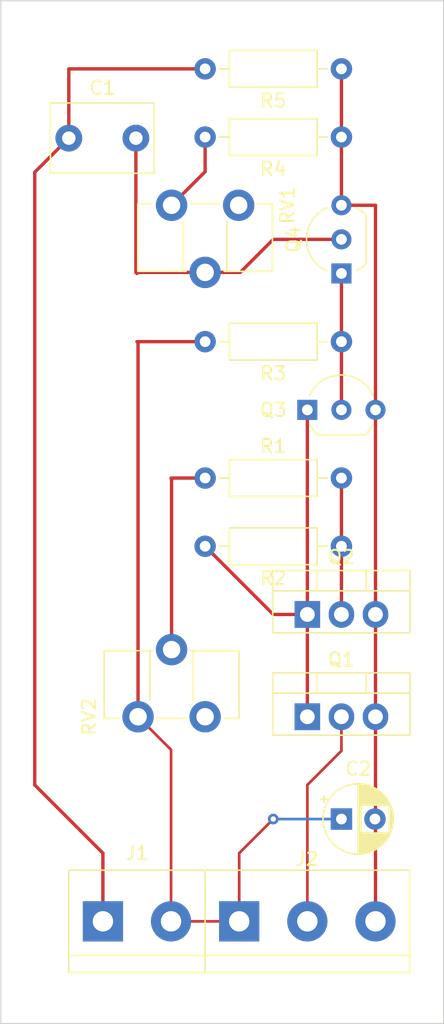
<source format=kicad_pcb>
(kicad_pcb (version 20221018) (generator pcbnew)
  (layers (0 "F.Cu" signal) (31 "B.Cu" signal) (34 "B.Paste" user) (35 "F.Paste" user) (36 "B.SilkS" user "B.Silkscreen") (37 "F.SilkS" user "F.Silkscreen") (38 "B.Mask" user) (39 "F.Mask" user) (44 "Edge.Cuts" user))
  (net 0 "")
  (net 1 "Net-(Q4-G)")
  (net 2 "GND")
  (net 3 "Net-(Q1-G)")
  (net 4 "Net-(Q2-D)")
  (net 5 "Net-(Q3-G)")
  (net 6 "Net-(R4-Pad2)")
  (net 8 "Net-(R1-Pad1)")
  (net 10 "LED+")
  (net 11 "LED-")
  (net 12 "CTRL")
  (footprint "TerminalBlock:TerminalBlock_bornier-2_P5.08mm" (layer "F.Cu") (at 144.78 119.38)
    (fp_text reference "J1" (at 2.54 -5.08) (layer "F.SilkS"))
    (fp_text value "Screw_Terminal_01x02")
    (fp_line (start -2.54 -3.81) (end -2.54 3.81) (stroke (width 0.12)) (layer "F.SilkS"))
    (fp_line (start -2.54 3.81) (end 7.62 3.81) (stroke (width 0.12)) (layer "F.SilkS"))
    (fp_line (start 7.62 -3.81) (end -2.54 -3.81) (stroke (width 0.12)) (layer "F.SilkS"))
    (fp_line (start 7.62 2.54) (end -2.54 2.54) (stroke (width 0.12)) (layer "F.SilkS"))
    (fp_line (start 7.62 3.81) (end 7.62 -3.81) (stroke (width 0.12)) (layer "F.SilkS"))
    (pad "1" thru_hole rect (at 0 0) (size 3 3) (drill 1.52) (layers "*.Cu" "*.Mask") (net 12 "CTRL"))
    (pad "2" thru_hole circle (at 5.08 0) (size 3 3) (drill 1.52) (layers "*.Cu" "*.Mask") (net 10 "LED+"))
  )
  (footprint "Resistor_THT:R_Axial_DIN0207_L6.3mm_D2.5mm_P10.16mm_Horizontal" (layer "F.Cu") (at 152.4 86.36)
    (fp_text reference "R1" (at 5.08 -2.37) (layer "F.SilkS"))
    (fp_text value "1R")
    (fp_line (start 1.04 0) (end 1.81 0) (stroke (width 0.12)) (layer "F.SilkS"))
    (fp_line (start 1.81 -1.37) (end 1.81 1.37) (stroke (width 0.12)) (layer "F.SilkS"))
    (fp_line (start 1.81 1.37) (end 8.35 1.37) (stroke (width 0.12)) (layer "F.SilkS"))
    (fp_line (start 8.35 -1.37) (end 1.81 -1.37) (stroke (width 0.12)) (layer "F.SilkS"))
    (fp_line (start 8.35 1.37) (end 8.35 -1.37) (stroke (width 0.12)) (layer "F.SilkS"))
    (fp_line (start 9.12 0) (end 8.35 0) (stroke (width 0.12)) (layer "F.SilkS"))
    (pad "1" thru_hole circle (at 0 0) (size 1.6 1.6) (drill 0.8) (layers "*.Cu" "*.Mask") (net 8 "Net-(R1-Pad1)"))
    (pad "2" thru_hole oval (at 10.16 0) (size 1.6 1.6) (drill 0.8) (layers "*.Cu" "*.Mask") (net 4 "Net-(Q2-D)"))
  )
  (footprint "Capacitor_THT:CP_Radial_D5.0mm_P2.50mm" (layer "F.Cu") (at 162.56 111.76)
    (fp_text reference "C2" (at 1.25 -3.75) (layer "F.SilkS"))
    (fp_text value "220u")
    (fp_line (start -1.554775 -1.475) (end -1.054775 -1.475) (stroke (width 0.12)) (layer "F.SilkS"))
    (fp_line (start -1.304775 -1.725) (end -1.304775 -1.225) (stroke (width 0.12)) (layer "F.SilkS"))
    (fp_line (start 1.25 -2.58) (end 1.25 2.58) (stroke (width 0.12)) (layer "F.SilkS"))
    (fp_line (start 1.29 -2.58) (end 1.29 2.58) (stroke (width 0.12)) (layer "F.SilkS"))
    (fp_line (start 1.33 -2.579) (end 1.33 2.579) (stroke (width 0.12)) (layer "F.SilkS"))
    (fp_line (start 1.37 -2.578) (end 1.37 2.578) (stroke (width 0.12)) (layer "F.SilkS"))
    (fp_line (start 1.41 -2.576) (end 1.41 2.576) (stroke (width 0.12)) (layer "F.SilkS"))
    (fp_line (start 1.45 -2.573) (end 1.45 2.573) (stroke (width 0.12)) (layer "F.SilkS"))
    (fp_line (start 1.49 -2.569) (end 1.49 -1.04) (stroke (width 0.12)) (layer "F.SilkS"))
    (fp_line (start 1.49 1.04) (end 1.49 2.569) (stroke (width 0.12)) (layer "F.SilkS"))
    (fp_line (start 1.53 -2.565) (end 1.53 -1.04) (stroke (width 0.12)) (layer "F.SilkS"))
    (fp_line (start 1.53 1.04) (end 1.53 2.565) (stroke (width 0.12)) (layer "F.SilkS"))
    (fp_line (start 1.57 -2.561) (end 1.57 -1.04) (stroke (width 0.12)) (layer "F.SilkS"))
    (fp_line (start 1.57 1.04) (end 1.57 2.561) (stroke (width 0.12)) (layer "F.SilkS"))
    (fp_line (start 1.61 -2.556) (end 1.61 -1.04) (stroke (width 0.12)) (layer "F.SilkS"))
    (fp_line (start 1.61 1.04) (end 1.61 2.556) (stroke (width 0.12)) (layer "F.SilkS"))
    (fp_line (start 1.65 -2.55) (end 1.65 -1.04) (stroke (width 0.12)) (layer "F.SilkS"))
    (fp_line (start 1.65 1.04) (end 1.65 2.55) (stroke (width 0.12)) (layer "F.SilkS"))
    (fp_line (start 1.69 -2.543) (end 1.69 -1.04) (stroke (width 0.12)) (layer "F.SilkS"))
    (fp_line (start 1.69 1.04) (end 1.69 2.543) (stroke (width 0.12)) (layer "F.SilkS"))
    (fp_line (start 1.73 -2.536) (end 1.73 -1.04) (stroke (width 0.12)) (layer "F.SilkS"))
    (fp_line (start 1.73 1.04) (end 1.73 2.536) (stroke (width 0.12)) (layer "F.SilkS"))
    (fp_line (start 1.77 -2.528) (end 1.77 -1.04) (stroke (width 0.12)) (layer "F.SilkS"))
    (fp_line (start 1.77 1.04) (end 1.77 2.528) (stroke (width 0.12)) (layer "F.SilkS"))
    (fp_line (start 1.81 -2.52) (end 1.81 -1.04) (stroke (width 0.12)) (layer "F.SilkS"))
    (fp_line (start 1.81 1.04) (end 1.81 2.52) (stroke (width 0.12)) (layer "F.SilkS"))
    (fp_line (start 1.85 -2.511) (end 1.85 -1.04) (stroke (width 0.12)) (layer "F.SilkS"))
    (fp_line (start 1.85 1.04) (end 1.85 2.511) (stroke (width 0.12)) (layer "F.SilkS"))
    (fp_line (start 1.89 -2.501) (end 1.89 -1.04) (stroke (width 0.12)) (layer "F.SilkS"))
    (fp_line (start 1.89 1.04) (end 1.89 2.501) (stroke (width 0.12)) (layer "F.SilkS"))
    (fp_line (start 1.93 -2.491) (end 1.93 -1.04) (stroke (width 0.12)) (layer "F.SilkS"))
    (fp_line (start 1.93 1.04) (end 1.93 2.491) (stroke (width 0.12)) (layer "F.SilkS"))
    (fp_line (start 1.971 -2.48) (end 1.971 -1.04) (stroke (width 0.12)) (layer "F.SilkS"))
    (fp_line (start 1.971 1.04) (end 1.971 2.48) (stroke (width 0.12)) (layer "F.SilkS"))
    (fp_line (start 2.011 -2.468) (end 2.011 -1.04) (stroke (width 0.12)) (layer "F.SilkS"))
    (fp_line (start 2.011 1.04) (end 2.011 2.468) (stroke (width 0.12)) (layer "F.SilkS"))
    (fp_line (start 2.051 -2.455) (end 2.051 -1.04) (stroke (width 0.12)) (layer "F.SilkS"))
    (fp_line (start 2.051 1.04) (end 2.051 2.455) (stroke (width 0.12)) (layer "F.SilkS"))
    (fp_line (start 2.091 -2.442) (end 2.091 -1.04) (stroke (width 0.12)) (layer "F.SilkS"))
    (fp_line (start 2.091 1.04) (end 2.091 2.442) (stroke (width 0.12)) (layer "F.SilkS"))
    (fp_line (start 2.131 -2.428) (end 2.131 -1.04) (stroke (width 0.12)) (layer "F.SilkS"))
    (fp_line (start 2.131 1.04) (end 2.131 2.428) (stroke (width 0.12)) (layer "F.SilkS"))
    (fp_line (start 2.171 -2.414) (end 2.171 -1.04) (stroke (width 0.12)) (layer "F.SilkS"))
    (fp_line (start 2.171 1.04) (end 2.171 2.414) (stroke (width 0.12)) (layer "F.SilkS"))
    (fp_line (start 2.211 -2.398) (end 2.211 -1.04) (stroke (width 0.12)) (layer "F.SilkS"))
    (fp_line (start 2.211 1.04) (end 2.211 2.398) (stroke (width 0.12)) (layer "F.SilkS"))
    (fp_line (start 2.251 -2.382) (end 2.251 -1.04) (stroke (width 0.12)) (layer "F.SilkS"))
    (fp_line (start 2.251 1.04) (end 2.251 2.382) (stroke (width 0.12)) (layer "F.SilkS"))
    (fp_line (start 2.291 -2.365) (end 2.291 -1.04) (stroke (width 0.12)) (layer "F.SilkS"))
    (fp_line (start 2.291 1.04) (end 2.291 2.365) (stroke (width 0.12)) (layer "F.SilkS"))
    (fp_line (start 2.331 -2.348) (end 2.331 -1.04) (stroke (width 0.12)) (layer "F.SilkS"))
    (fp_line (start 2.331 1.04) (end 2.331 2.348) (stroke (width 0.12)) (layer "F.SilkS"))
    (fp_line (start 2.371 -2.329) (end 2.371 -1.04) (stroke (width 0.12)) (layer "F.SilkS"))
    (fp_line (start 2.371 1.04) (end 2.371 2.329) (stroke (width 0.12)) (layer "F.SilkS"))
    (fp_line (start 2.411 -2.31) (end 2.411 -1.04) (stroke (width 0.12)) (layer "F.SilkS"))
    (fp_line (start 2.411 1.04) (end 2.411 2.31) (stroke (width 0.12)) (layer "F.SilkS"))
    (fp_line (start 2.451 -2.29) (end 2.451 -1.04) (stroke (width 0.12)) (layer "F.SilkS"))
    (fp_line (start 2.451 1.04) (end 2.451 2.29) (stroke (width 0.12)) (layer "F.SilkS"))
    (fp_line (start 2.491 -2.268) (end 2.491 -1.04) (stroke (width 0.12)) (layer "F.SilkS"))
    (fp_line (start 2.491 1.04) (end 2.491 2.268) (stroke (width 0.12)) (layer "F.SilkS"))
    (fp_line (start 2.531 -2.247) (end 2.531 -1.04) (stroke (width 0.12)) (layer "F.SilkS"))
    (fp_line (start 2.531 1.04) (end 2.531 2.247) (stroke (width 0.12)) (layer "F.SilkS"))
    (fp_line (start 2.571 -2.224) (end 2.571 -1.04) (stroke (width 0.12)) (layer "F.SilkS"))
    (fp_line (start 2.571 1.04) (end 2.571 2.224) (stroke (width 0.12)) (layer "F.SilkS"))
    (fp_line (start 2.611 -2.2) (end 2.611 -1.04) (stroke (width 0.12)) (layer "F.SilkS"))
    (fp_line (start 2.611 1.04) (end 2.611 2.2) (stroke (width 0.12)) (layer "F.SilkS"))
    (fp_line (start 2.651 -2.175) (end 2.651 -1.04) (stroke (width 0.12)) (layer "F.SilkS"))
    (fp_line (start 2.651 1.04) (end 2.651 2.175) (stroke (width 0.12)) (layer "F.SilkS"))
    (fp_line (start 2.691 -2.149) (end 2.691 -1.04) (stroke (width 0.12)) (layer "F.SilkS"))
    (fp_line (start 2.691 1.04) (end 2.691 2.149) (stroke (width 0.12)) (layer "F.SilkS"))
    (fp_line (start 2.731 -2.122) (end 2.731 -1.04) (stroke (width 0.12)) (layer "F.SilkS"))
    (fp_line (start 2.731 1.04) (end 2.731 2.122) (stroke (width 0.12)) (layer "F.SilkS"))
    (fp_line (start 2.771 -2.095) (end 2.771 -1.04) (stroke (width 0.12)) (layer "F.SilkS"))
    (fp_line (start 2.771 1.04) (end 2.771 2.095) (stroke (width 0.12)) (layer "F.SilkS"))
    (fp_line (start 2.811 -2.065) (end 2.811 -1.04) (stroke (width 0.12)) (layer "F.SilkS"))
    (fp_line (start 2.811 1.04) (end 2.811 2.065) (stroke (width 0.12)) (layer "F.SilkS"))
    (fp_line (start 2.851 -2.035) (end 2.851 -1.04) (stroke (width 0.12)) (layer "F.SilkS"))
    (fp_line (start 2.851 1.04) (end 2.851 2.035) (stroke (width 0.12)) (layer "F.SilkS"))
    (fp_line (start 2.891 -2.004) (end 2.891 -1.04) (stroke (width 0.12)) (layer "F.SilkS"))
    (fp_line (start 2.891 1.04) (end 2.891 2.004) (stroke (width 0.12)) (layer "F.SilkS"))
    (fp_line (start 2.931 -1.971) (end 2.931 -1.04) (stroke (width 0.12)) (layer "F.SilkS"))
    (fp_line (start 2.931 1.04) (end 2.931 1.971) (stroke (width 0.12)) (layer "F.SilkS"))
    (fp_line (start 2.971 -1.937) (end 2.971 -1.04) (stroke (width 0.12)) (layer "F.SilkS"))
    (fp_line (start 2.971 1.04) (end 2.971 1.937) (stroke (width 0.12)) (layer "F.SilkS"))
    (fp_line (start 3.011 -1.901) (end 3.011 -1.04) (stroke (width 0.12)) (layer "F.SilkS"))
    (fp_line (start 3.011 1.04) (end 3.011 1.901) (stroke (width 0.12)) (layer "F.SilkS"))
    (fp_line (start 3.051 -1.864) (end 3.051 -1.04) (stroke (width 0.12)) (layer "F.SilkS"))
    (fp_line (start 3.051 1.04) (end 3.051 1.864) (stroke (width 0.12)) (layer "F.SilkS"))
    (fp_line (start 3.091 -1.826) (end 3.091 -1.04) (stroke (width 0.12)) (layer "F.SilkS"))
    (fp_line (start 3.091 1.04) (end 3.091 1.826) (stroke (width 0.12)) (layer "F.SilkS"))
    (fp_line (start 3.131 -1.785) (end 3.131 -1.04) (stroke (width 0.12)) (layer "F.SilkS"))
    (fp_line (start 3.131 1.04) (end 3.131 1.785) (stroke (width 0.12)) (layer "F.SilkS"))
    (fp_line (start 3.171 -1.743) (end 3.171 -1.04) (stroke (width 0.12)) (layer "F.SilkS"))
    (fp_line (start 3.171 1.04) (end 3.171 1.743) (stroke (width 0.12)) (layer "F.SilkS"))
    (fp_line (start 3.211 -1.699) (end 3.211 -1.04) (stroke (width 0.12)) (layer "F.SilkS"))
    (fp_line (start 3.211 1.04) (end 3.211 1.699) (stroke (width 0.12)) (layer "F.SilkS"))
    (fp_line (start 3.251 -1.653) (end 3.251 -1.04) (stroke (width 0.12)) (layer "F.SilkS"))
    (fp_line (start 3.251 1.04) (end 3.251 1.653) (stroke (width 0.12)) (layer "F.SilkS"))
    (fp_line (start 3.291 -1.605) (end 3.291 -1.04) (stroke (width 0.12)) (layer "F.SilkS"))
    (fp_line (start 3.291 1.04) (end 3.291 1.605) (stroke (width 0.12)) (layer "F.SilkS"))
    (fp_line (start 3.331 -1.554) (end 3.331 -1.04) (stroke (width 0.12)) (layer "F.SilkS"))
    (fp_line (start 3.331 1.04) (end 3.331 1.554) (stroke (width 0.12)) (layer "F.SilkS"))
    (fp_line (start 3.371 -1.5) (end 3.371 -1.04) (stroke (width 0.12)) (layer "F.SilkS"))
    (fp_line (start 3.371 1.04) (end 3.371 1.5) (stroke (width 0.12)) (layer "F.SilkS"))
    (fp_line (start 3.411 -1.443) (end 3.411 -1.04) (stroke (width 0.12)) (layer "F.SilkS"))
    (fp_line (start 3.411 1.04) (end 3.411 1.443) (stroke (width 0.12)) (layer "F.SilkS"))
    (fp_line (start 3.451 -1.383) (end 3.451 -1.04) (stroke (width 0.12)) (layer "F.SilkS"))
    (fp_line (start 3.451 1.04) (end 3.451 1.383) (stroke (width 0.12)) (layer "F.SilkS"))
    (fp_line (start 3.491 -1.319) (end 3.491 -1.04) (stroke (width 0.12)) (layer "F.SilkS"))
    (fp_line (start 3.491 1.04) (end 3.491 1.319) (stroke (width 0.12)) (layer "F.SilkS"))
    (fp_line (start 3.531 -1.251) (end 3.531 -1.04) (stroke (width 0.12)) (layer "F.SilkS"))
    (fp_line (start 3.531 1.04) (end 3.531 1.251) (stroke (width 0.12)) (layer "F.SilkS"))
    (fp_line (start 3.571 -1.178) (end 3.571 1.178) (stroke (width 0.12)) (layer "F.SilkS"))
    (fp_line (start 3.611 -1.098) (end 3.611 1.098) (stroke (width 0.12)) (layer "F.SilkS"))
    (fp_line (start 3.651 -1.011) (end 3.651 1.011) (stroke (width 0.12)) (layer "F.SilkS"))
    (fp_line (start 3.691 -0.915) (end 3.691 0.915) (stroke (width 0.12)) (layer "F.SilkS"))
    (fp_line (start 3.731 -0.805) (end 3.731 0.805) (stroke (width 0.12)) (layer "F.SilkS"))
    (fp_line (start 3.771 -0.677) (end 3.771 0.677) (stroke (width 0.12)) (layer "F.SilkS"))
    (fp_line (start 3.811 -0.518) (end 3.811 0.518) (stroke (width 0.12)) (layer "F.SilkS"))
    (fp_line (start 3.851 -0.284) (end 3.851 0.284) (stroke (width 0.12)) (layer "F.SilkS"))
    (fp_circle (center 1.25 0) (end 3.87 0) (stroke (width 0.12)) (fill none) (layer "F.SilkS"))
    (pad "1" thru_hole rect (at 0 0) (size 1.6 1.6) (drill 0.8) (layers "*.Cu" "*.Mask") (net 10 "LED+"))
    (pad "2" thru_hole circle (at 2.5 0) (size 1.6 1.6) (drill 0.8) (layers "*.Cu" "*.Mask") (net 2 "GND"))
  )
  (footprint "Potentiometer_THT:Potentiometer_ACP_CA9-H5_Horizontal" (layer "F.Cu") (at 154.9 66.04 -90)
    (fp_text reference "RV1" (at 0 -3.65 90) (layer "F.SilkS"))
    (fp_text value "10K")
    (fp_line (start -0.121 -2.521) (end -0.121 -1.426) (stroke (width 0.12)) (layer "F.SilkS"))
    (fp_line (start -0.121 -2.521) (end 4.92 -2.521) (stroke (width 0.12)) (layer "F.SilkS"))
    (fp_line (start -0.121 1.426) (end -0.121 3.575) (stroke (width 0.12)) (layer "F.SilkS"))
    (fp_line (start -0.121 1.426) (end -0.121 3.575) (stroke (width 0.12)) (layer "F.SilkS"))
    (fp_line (start -0.121 6.425) (end -0.121 7.52) (stroke (width 0.12)) (layer "F.SilkS"))
    (fp_line (start -0.121 7.52) (end 4.92 7.52) (stroke (width 0.12)) (layer "F.SilkS"))
    (fp_line (start 1.237 0.88) (end 4.92 0.88) (stroke (width 0.12)) (layer "F.SilkS"))
    (fp_line (start 1.237 4.12) (end 4.92 4.12) (stroke (width 0.12)) (layer "F.SilkS"))
    (fp_line (start 4.92 -2.521) (end 4.92 1.075) (stroke (width 0.12)) (layer "F.SilkS"))
    (fp_line (start 4.92 0.88) (end 4.92 1.075) (stroke (width 0.12)) (layer "F.SilkS"))
    (fp_line (start 4.92 3.925) (end 4.92 4.12) (stroke (width 0.12)) (layer "F.SilkS"))
    (fp_line (start 4.92 3.925) (end 4.92 7.52) (stroke (width 0.12)) (layer "F.SilkS"))
    (pad "1" thru_hole circle (at 0 0 270) (size 2.34 2.34) (drill 1.3) (layers "*.Cu" "*.Mask"))
    (pad "2" thru_hole circle (at 5 2.5 270) (size 2.34 2.34) (drill 1.3) (layers "*.Cu" "*.Mask") (net 1 "Net-(Q4-G)"))
    (pad "3" thru_hole circle (at 0 5 270) (size 2.34 2.34) (drill 1.3) (layers "*.Cu" "*.Mask") (net 6 "Net-(R4-Pad2)"))
  )
  (footprint "Resistor_THT:R_Axial_DIN0207_L6.3mm_D2.5mm_P10.16mm_Horizontal" (layer "F.Cu") (at 162.56 60.96 180)
    (fp_text reference "R4" (at 5.08 -2.37) (layer "F.SilkS"))
    (fp_text value "100R")
    (fp_line (start 1.04 0) (end 1.81 0) (stroke (width 0.12)) (layer "F.SilkS"))
    (fp_line (start 1.81 -1.37) (end 1.81 1.37) (stroke (width 0.12)) (layer "F.SilkS"))
    (fp_line (start 1.81 1.37) (end 8.35 1.37) (stroke (width 0.12)) (layer "F.SilkS"))
    (fp_line (start 8.35 -1.37) (end 1.81 -1.37) (stroke (width 0.12)) (layer "F.SilkS"))
    (fp_line (start 8.35 1.37) (end 8.35 -1.37) (stroke (width 0.12)) (layer "F.SilkS"))
    (fp_line (start 9.12 0) (end 8.35 0) (stroke (width 0.12)) (layer "F.SilkS"))
    (pad "1" thru_hole circle (at 0 0 180) (size 1.6 1.6) (drill 0.8) (layers "*.Cu" "*.Mask") (net 2 "GND"))
    (pad "2" thru_hole oval (at 10.16 0 180) (size 1.6 1.6) (drill 0.8) (layers "*.Cu" "*.Mask") (net 6 "Net-(R4-Pad2)"))
  )
  (footprint "Resistor_THT:R_Axial_DIN0207_L6.3mm_D2.5mm_P10.16mm_Horizontal" (layer "F.Cu") (at 162.56 55.88 180)
    (fp_text reference "R5" (at 5.08 -2.37) (layer "F.SilkS"))
    (fp_text value "10K")
    (fp_line (start 1.04 0) (end 1.81 0) (stroke (width 0.12)) (layer "F.SilkS"))
    (fp_line (start 1.81 -1.37) (end 1.81 1.37) (stroke (width 0.12)) (layer "F.SilkS"))
    (fp_line (start 1.81 1.37) (end 8.35 1.37) (stroke (width 0.12)) (layer "F.SilkS"))
    (fp_line (start 8.35 -1.37) (end 1.81 -1.37) (stroke (width 0.12)) (layer "F.SilkS"))
    (fp_line (start 8.35 1.37) (end 8.35 -1.37) (stroke (width 0.12)) (layer "F.SilkS"))
    (fp_line (start 9.12 0) (end 8.35 0) (stroke (width 0.12)) (layer "F.SilkS"))
    (pad "1" thru_hole circle (at 0 0 180) (size 1.6 1.6) (drill 0.8) (layers "*.Cu" "*.Mask") (net 2 "GND"))
    (pad "2" thru_hole oval (at 10.16 0 180) (size 1.6 1.6) (drill 0.8) (layers "*.Cu" "*.Mask") (net 12 "CTRL"))
  )
  (footprint "Resistor_THT:R_Axial_DIN0207_L6.3mm_D2.5mm_P10.16mm_Horizontal" (layer "F.Cu") (at 162.56 91.44 180)
    (fp_text reference "R2" (at 5.08 -2.37) (layer "F.SilkS"))
    (fp_text value "1K")
    (fp_line (start 1.04 0) (end 1.81 0) (stroke (width 0.12)) (layer "F.SilkS"))
    (fp_line (start 1.81 -1.37) (end 1.81 1.37) (stroke (width 0.12)) (layer "F.SilkS"))
    (fp_line (start 1.81 1.37) (end 8.35 1.37) (stroke (width 0.12)) (layer "F.SilkS"))
    (fp_line (start 8.35 -1.37) (end 1.81 -1.37) (stroke (width 0.12)) (layer "F.SilkS"))
    (fp_line (start 8.35 1.37) (end 8.35 -1.37) (stroke (width 0.12)) (layer "F.SilkS"))
    (fp_line (start 9.12 0) (end 8.35 0) (stroke (width 0.12)) (layer "F.SilkS"))
    (pad "1" thru_hole circle (at 0 0 180) (size 1.6 1.6) (drill 0.8) (layers "*.Cu" "*.Mask") (net 4 "Net-(Q2-D)"))
    (pad "2" thru_hole oval (at 10.16 0 180) (size 1.6 1.6) (drill 0.8) (layers "*.Cu" "*.Mask") (net 3 "Net-(Q1-G)"))
  )
  (footprint "Potentiometer_THT:Potentiometer_ACP_CA9-H5_Horizontal" (layer "F.Cu") (at 147.4 104.14 90)
    (fp_text reference "RV2" (at 0 -3.65 90) (layer "F.SilkS"))
    (fp_text value "10K")
    (fp_line (start -0.121 -2.521) (end -0.121 -1.426) (stroke (width 0.12)) (layer "F.SilkS"))
    (fp_line (start -0.121 -2.521) (end 4.92 -2.521) (stroke (width 0.12)) (layer "F.SilkS"))
    (fp_line (start -0.121 1.426) (end -0.121 3.575) (stroke (width 0.12)) (layer "F.SilkS"))
    (fp_line (start -0.121 1.426) (end -0.121 3.575) (stroke (width 0.12)) (layer "F.SilkS"))
    (fp_line (start -0.121 6.425) (end -0.121 7.52) (stroke (width 0.12)) (layer "F.SilkS"))
    (fp_line (start -0.121 7.52) (end 4.92 7.52) (stroke (width 0.12)) (layer "F.SilkS"))
    (fp_line (start 1.237 0.88) (end 4.92 0.88) (stroke (width 0.12)) (layer "F.SilkS"))
    (fp_line (start 1.237 4.12) (end 4.92 4.12) (stroke (width 0.12)) (layer "F.SilkS"))
    (fp_line (start 4.92 -2.521) (end 4.92 1.075) (stroke (width 0.12)) (layer "F.SilkS"))
    (fp_line (start 4.92 0.88) (end 4.92 1.075) (stroke (width 0.12)) (layer "F.SilkS"))
    (fp_line (start 4.92 3.925) (end 4.92 4.12) (stroke (width 0.12)) (layer "F.SilkS"))
    (fp_line (start 4.92 3.925) (end 4.92 7.52) (stroke (width 0.12)) (layer "F.SilkS"))
    (pad "1" thru_hole circle (at 0 0 90) (size 2.34 2.34) (drill 1.3) (layers "*.Cu" "*.Mask") (net 10 "LED+"))
    (pad "2" thru_hole circle (at 5 2.5 90) (size 2.34 2.34) (drill 1.3) (layers "*.Cu" "*.Mask") (net 8 "Net-(R1-Pad1)"))
    (pad "3" thru_hole circle (at 0 5 90) (size 2.34 2.34) (drill 1.3) (layers "*.Cu" "*.Mask"))
  )
  (footprint "TerminalBlock:TerminalBlock_bornier-3_P5.08mm" (layer "F.Cu") (at 154.94 119.38)
    (fp_text reference "J2" (at 5.05 -4.65) (layer "F.SilkS"))
    (fp_text value "Screw_Terminal_01x03")
    (fp_line (start -2.54 -3.81) (end 12.7 -3.81) (stroke (width 0.12)) (layer "F.SilkS"))
    (fp_line (start -2.54 2.54) (end 12.7 2.54) (stroke (width 0.12)) (layer "F.SilkS"))
    (fp_line (start -2.54 3.81) (end -2.54 -3.81) (stroke (width 0.12)) (layer "F.SilkS"))
    (fp_line (start -2.54 3.81) (end 12.7 3.81) (stroke (width 0.12)) (layer "F.SilkS"))
    (fp_line (start 12.7 3.81) (end 12.7 -3.81) (stroke (width 0.12)) (layer "F.SilkS"))
    (pad "1" thru_hole rect (at 0 0) (size 3 3) (drill 1.52) (layers "*.Cu" "*.Mask") (net 10 "LED+"))
    (pad "2" thru_hole circle (at 5.08 0) (size 3 3) (drill 1.52) (layers "*.Cu" "*.Mask") (net 11 "LED-"))
    (pad "3" thru_hole circle (at 10.16 0) (size 3 3) (drill 1.52) (layers "*.Cu" "*.Mask") (net 2 "GND"))
  )
  (footprint "Package_TO_SOT_THT:TO-92_Inline_Wide" (layer "F.Cu") (at 162.56 71.12 90)
    (fp_text reference "Q4" (at 2.54 -3.56 90) (layer "F.SilkS"))
    (fp_text value "BS170")
    (fp_line (start 0.74 1.85) (end 4.34 1.85) (stroke (width 0.12)) (layer "F.SilkS"))
    (fp_arc (start 0.1836 -1.098807) (mid 1.143021 -2.192817) (end 2.54 -2.6) (stroke (width 0.12)) (layer "F.SilkS"))
    (fp_arc (start 0.74 1.85) (mid 0.446097 1.509328) (end 0.215816 1.122795) (stroke (width 0.12)) (layer "F.SilkS"))
    (fp_arc (start 2.54 -2.6) (mid 3.936979 -2.192818) (end 4.8964 -1.098807) (stroke (width 0.12)) (layer "F.SilkS"))
    (fp_arc (start 4.864184 1.122795) (mid 4.633903 1.509328) (end 4.34 1.85) (stroke (width 0.12)) (layer "F.SilkS"))
    (pad "1" thru_hole rect (at 0 0 90) (size 1.5 1.5) (drill 0.8) (layers "*.Cu" "*.Mask") (net 5 "Net-(Q3-G)"))
    (pad "2" thru_hole circle (at 2.54 0 90) (size 1.5 1.5) (drill 0.8) (layers "*.Cu" "*.Mask") (net 1 "Net-(Q4-G)"))
    (pad "3" thru_hole circle (at 5.08 0 90) (size 1.5 1.5) (drill 0.8) (layers "*.Cu" "*.Mask") (net 2 "GND"))
  )
  (footprint "Capacitor_THT:C_Disc_D7.5mm_W5.0mm_P5.00mm" (layer "F.Cu") (at 142.24 61.04)
    (fp_text reference "C1" (at 2.5 -3.75) (layer "F.SilkS"))
    (fp_text value "100n")
    (fp_line (start -1.37 -2.62) (end -1.37 2.62) (stroke (width 0.12)) (layer "F.SilkS"))
    (fp_line (start -1.37 -2.62) (end 6.37 -2.62) (stroke (width 0.12)) (layer "F.SilkS"))
    (fp_line (start -1.37 2.62) (end 6.37 2.62) (stroke (width 0.12)) (layer "F.SilkS"))
    (fp_line (start 6.37 -2.62) (end 6.37 2.62) (stroke (width 0.12)) (layer "F.SilkS"))
    (pad "1" thru_hole circle (at 0 0) (size 2 2) (drill 1) (layers "*.Cu" "*.Mask") (net 12 "CTRL"))
    (pad "2" thru_hole circle (at 5 0) (size 2 2) (drill 1) (layers "*.Cu" "*.Mask") (net 1 "Net-(Q4-G)"))
  )
  (footprint "Package_TO_SOT_THT:TO-220-3_Vertical" (layer "F.Cu") (at 160.02 104.14)
    (fp_text reference "Q1" (at 2.54 -4.27) (layer "F.SilkS"))
    (fp_text value "IPP060N06N")
    (fp_line (start -2.58 -3.27) (end -2.58 1.371) (stroke (width 0.12)) (layer "F.SilkS"))
    (fp_line (start -2.58 -3.27) (end 7.66 -3.27) (stroke (width 0.12)) (layer "F.SilkS"))
    (fp_line (start -2.58 -1.76) (end 7.66 -1.76) (stroke (width 0.12)) (layer "F.SilkS"))
    (fp_line (start -2.58 1.371) (end 7.66 1.371) (stroke (width 0.12)) (layer "F.SilkS"))
    (fp_line (start 0.69 -3.27) (end 0.69 -1.76) (stroke (width 0.12)) (layer "F.SilkS"))
    (fp_line (start 4.391 -3.27) (end 4.391 -1.76) (stroke (width 0.12)) (layer "F.SilkS"))
    (fp_line (start 7.66 -3.27) (end 7.66 1.371) (stroke (width 0.12)) (layer "F.SilkS"))
    (pad "1" thru_hole rect (at 0 0) (size 1.905 2) (drill 1.1) (layers "*.Cu" "*.Mask") (net 3 "Net-(Q1-G)"))
    (pad "2" thru_hole oval (at 2.54 0) (size 1.905 2) (drill 1.1) (layers "*.Cu" "*.Mask") (net 11 "LED-"))
    (pad "3" thru_hole oval (at 5.08 0) (size 1.905 2) (drill 1.1) (layers "*.Cu" "*.Mask") (net 2 "GND"))
  )
  (footprint "Resistor_THT:R_Axial_DIN0207_L6.3mm_D2.5mm_P10.16mm_Horizontal" (layer "F.Cu") (at 162.56 76.2 180)
    (fp_text reference "R3" (at 5.08 -2.37) (layer "F.SilkS"))
    (fp_text value "1K")
    (fp_line (start 1.04 0) (end 1.81 0) (stroke (width 0.12)) (layer "F.SilkS"))
    (fp_line (start 1.81 -1.37) (end 1.81 1.37) (stroke (width 0.12)) (layer "F.SilkS"))
    (fp_line (start 1.81 1.37) (end 8.35 1.37) (stroke (width 0.12)) (layer "F.SilkS"))
    (fp_line (start 8.35 -1.37) (end 1.81 -1.37) (stroke (width 0.12)) (layer "F.SilkS"))
    (fp_line (start 8.35 1.37) (end 8.35 -1.37) (stroke (width 0.12)) (layer "F.SilkS"))
    (fp_line (start 9.12 0) (end 8.35 0) (stroke (width 0.12)) (layer "F.SilkS"))
    (pad "1" thru_hole circle (at 0 0 180) (size 1.6 1.6) (drill 0.8) (layers "*.Cu" "*.Mask") (net 5 "Net-(Q3-G)"))
    (pad "2" thru_hole oval (at 10.16 0 180) (size 1.6 1.6) (drill 0.8) (layers "*.Cu" "*.Mask") (net 10 "LED+"))
  )
  (footprint "Package_TO_SOT_THT:TO-220-3_Vertical" (layer "F.Cu") (at 160.02 96.52)
    (fp_text reference "Q2" (at 2.54 -4.27) (layer "F.SilkS"))
    (fp_text value "IPP060N06N")
    (fp_line (start -2.58 -3.27) (end -2.58 1.371) (stroke (width 0.12)) (layer "F.SilkS"))
    (fp_line (start -2.58 -3.27) (end 7.66 -3.27) (stroke (width 0.12)) (layer "F.SilkS"))
    (fp_line (start -2.58 -1.76) (end 7.66 -1.76) (stroke (width 0.12)) (layer "F.SilkS"))
    (fp_line (start -2.58 1.371) (end 7.66 1.371) (stroke (width 0.12)) (layer "F.SilkS"))
    (fp_line (start 0.69 -3.27) (end 0.69 -1.76) (stroke (width 0.12)) (layer "F.SilkS"))
    (fp_line (start 4.391 -3.27) (end 4.391 -1.76) (stroke (width 0.12)) (layer "F.SilkS"))
    (fp_line (start 7.66 -3.27) (end 7.66 1.371) (stroke (width 0.12)) (layer "F.SilkS"))
    (pad "1" thru_hole rect (at 0 0) (size 1.905 2) (drill 1.1) (layers "*.Cu" "*.Mask") (net 3 "Net-(Q1-G)"))
    (pad "2" thru_hole oval (at 2.54 0) (size 1.905 2) (drill 1.1) (layers "*.Cu" "*.Mask") (net 4 "Net-(Q2-D)"))
    (pad "3" thru_hole oval (at 5.08 0) (size 1.905 2) (drill 1.1) (layers "*.Cu" "*.Mask") (net 2 "GND"))
  )
  (footprint "Package_TO_SOT_THT:TO-92_Inline_Wide" (layer "F.Cu") (at 160.02 81.28)
    (fp_text reference "Q3" (at -2.54 0) (layer "F.SilkS"))
    (fp_text value "BS170")
    (fp_line (start 0.74 1.85) (end 4.34 1.85) (stroke (width 0.12)) (layer "F.SilkS"))
    (fp_arc (start 0.1836 -1.098807) (mid 1.143021 -2.192817) (end 2.54 -2.6) (stroke (width 0.12)) (layer "F.SilkS"))
    (fp_arc (start 0.74 1.85) (mid 0.446097 1.509328) (end 0.215816 1.122795) (stroke (width 0.12)) (layer "F.SilkS"))
    (fp_arc (start 2.54 -2.6) (mid 3.936979 -2.192818) (end 4.8964 -1.098807) (stroke (width 0.12)) (layer "F.SilkS"))
    (fp_arc (start 4.864184 1.122795) (mid 4.633903 1.509328) (end 4.34 1.85) (stroke (width 0.12)) (layer "F.SilkS"))
    (pad "1" thru_hole rect (at 0 0) (size 1.5 1.5) (drill 0.8) (layers "*.Cu" "*.Mask") (net 3 "Net-(Q1-G)"))
    (pad "2" thru_hole circle (at 2.54 0) (size 1.5 1.5) (drill 0.8) (layers "*.Cu" "*.Mask") (net 5 "Net-(Q3-G)"))
    (pad "3" thru_hole circle (at 5.08 0) (size 1.5 1.5) (drill 0.8) (layers "*.Cu" "*.Mask") (net 2 "GND"))
  )
  (gr_rect (start 137.16 50.8) (end 170.18 127) (stroke (width 0.1)) (fill none) (layer "Edge.Cuts"))
  (segment (start 147.4 71.04) (end 147.32 71.12) (width 0.25) (layer "F.Cu") (net 1))
  (segment (start 152.4 71.04) (end 155.02 71.04) (width 0.25) (layer "F.Cu") (net 1))
  (segment (start 155.02 71.04) (end 157.48 68.58) (width 0.25) (layer "F.Cu") (net 1))
  (segment (start 157.48 68.58) (end 162.56 68.58) (width 0.25) (layer "F.Cu") (net 1))
  (segment (start 147.24 71.04) (end 147.24 61.04) (width 0.25) (layer "F.Cu") (net 1))
  (segment (start 147.32 71.12) (end 147.24 71.04) (width 0.25) (layer "F.Cu") (net 1))
  (segment (start 152.4 71.04) (end 147.4 71.04) (width 0.25) (layer "F.Cu") (net 1))
  (segment (start 165.1 111.72) (end 165.06 111.76) (width 0.25) (layer "F.Cu") (net 2))
  (segment (start 165.1 66.04) (end 162.56 66.04) (width 0.25) (layer "F.Cu") (net 2))
  (segment (start 162.56 66.04) (end 162.56 60.96) (width 0.25) (layer "F.Cu") (net 2))
  (segment (start 165.1 111.8) (end 165.06 111.76) (width 0.25) (layer "F.Cu") (net 2))
  (segment (start 165.1 96.52) (end 165.1 81.28) (width 0.25) (layer "F.Cu") (net 2))
  (segment (start 165.1 119.38) (end 165.1 111.8) (width 0.25) (layer "F.Cu") (net 2))
  (segment (start 165.1 104.14) (end 165.1 111.72) (width 0.25) (layer "F.Cu") (net 2))
  (segment (start 165.1 104.14) (end 165.1 96.52) (width 0.25) (layer "F.Cu") (net 2))
  (segment (start 165.1 81.28) (end 165.1 66.04) (width 0.25) (layer "F.Cu") (net 2))
  (segment (start 162.56 60.96) (end 162.56 55.88) (width 0.25) (layer "F.Cu") (net 2))
  (segment (start 160.02 96.52) (end 157.48 96.52) (width 0.25) (layer "F.Cu") (net 3))
  (segment (start 160.02 104.14) (end 160.02 96.52) (width 0.25) (layer "F.Cu") (net 3))
  (segment (start 160.02 96.52) (end 160.02 81.28) (width 0.25) (layer "F.Cu") (net 3))
  (segment (start 157.48 96.52) (end 152.4 91.44) (width 0.25) (layer "F.Cu") (net 3))
  (segment (start 162.56 91.44) (end 162.56 86.36) (width 0.25) (layer "F.Cu") (net 4))
  (segment (start 162.56 96.52) (end 162.56 91.44) (width 0.25) (layer "F.Cu") (net 4))
  (segment (start 162.56 81.28) (end 162.56 76.2) (width 0.25) (layer "F.Cu") (net 5))
  (segment (start 162.56 76.2) (end 162.56 71.12) (width 0.25) (layer "F.Cu") (net 5))
  (segment (start 152.4 63.54) (end 152.4 60.96) (width 0.25) (layer "F.Cu") (net 6))
  (segment (start 149.9 66.04) (end 152.4 63.54) (width 0.25) (layer "F.Cu") (net 6))
  (segment (start 149.9 99.14) (end 149.9 86.4) (width 0.25) (layer "F.Cu") (net 8))
  (segment (start 149.86 86.36) (end 152.4 86.36) (width 0.25) (layer "F.Cu") (net 8))
  (segment (start 149.9 86.4) (end 149.86 86.36) (width 0.25) (layer "F.Cu") (net 8))
  (segment (start 154.94 119.38) (end 154.94 114.3) (width 0.2) (layer "F.Cu") (net 10))
  (segment (start 147.32 76.2) (end 147.4 76.28) (width 0.25) (layer "F.Cu") (net 10))
  (segment (start 152.4 76.2) (end 147.32 76.2) (width 0.25) (layer "F.Cu") (net 10))
  (segment (start 147.4 76.28) (end 147.4 104.14) (width 0.25) (layer "F.Cu") (net 10))
  (segment (start 154.94 114.3) (end 157.48 111.76) (width 0.2) (layer "F.Cu") (net 10))
  (segment (start 147.32 104.22) (end 147.4 104.14) (width 0.2) (layer "F.Cu") (net 10))
  (segment (start 149.86 106.6) (end 149.86 119.38) (width 0.2) (layer "F.Cu") (net 10))
  (segment (start 147.4 104.14) (end 149.86 106.6) (width 0.2) (layer "F.Cu") (net 10))
  (segment (start 154.94 119.38) (end 149.86 119.38) (width 0.2) (layer "F.Cu") (net 10))
  (via (at 157.48 111.76) (size 0.8) (drill 0.4) (layers "F.Cu" "B.Cu") (net 10))
  (segment (start 157.48 111.76) (end 162.56 111.76) (width 0.2) (layer "B.Cu") (net 10))
  (segment (start 162.56 106.68) (end 162.56 104.14) (width 0.2) (layer "F.Cu") (net 11))
  (segment (start 160.02 109.22) (end 162.56 106.68) (width 0.2) (layer "F.Cu") (net 11))
  (segment (start 160.02 119.38) (end 160.02 109.22) (width 0.2) (layer "F.Cu") (net 11))
  (segment (start 144.78 114.3) (end 139.7 109.22) (width 0.25) (layer "F.Cu") (net 12))
  (segment (start 142.24 55.88) (end 142.24 61.04) (width 0.25) (layer "F.Cu") (net 12))
  (segment (start 139.7 109.22) (end 139.7 63.58) (width 0.25) (layer "F.Cu") (net 12))
  (segment (start 144.78 119.38) (end 144.78 114.3) (width 0.25) (layer "F.Cu") (net 12))
  (segment (start 152.4 55.88) (end 142.24 55.88) (width 0.25) (layer "F.Cu") (net 12))
  (segment (start 139.7 63.58) (end 142.24 61.04) (width 0.25) (layer "F.Cu") (net 12))
)
</source>
